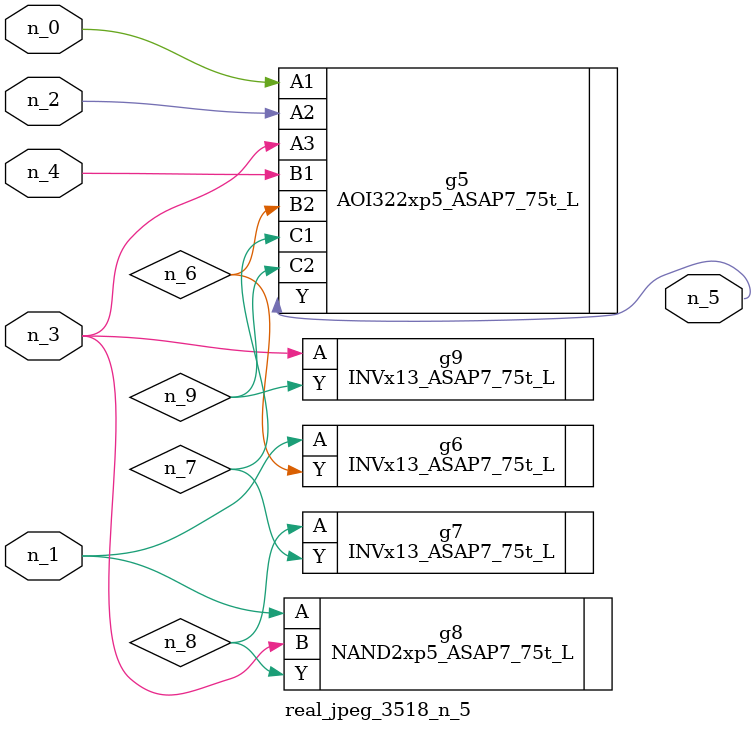
<source format=v>
module real_jpeg_3518_n_5 (n_4, n_0, n_1, n_2, n_3, n_5);

input n_4;
input n_0;
input n_1;
input n_2;
input n_3;

output n_5;

wire n_8;
wire n_6;
wire n_7;
wire n_9;

AOI322xp5_ASAP7_75t_L g5 ( 
.A1(n_0),
.A2(n_2),
.A3(n_3),
.B1(n_4),
.B2(n_6),
.C1(n_7),
.C2(n_9),
.Y(n_5)
);

INVx13_ASAP7_75t_L g6 ( 
.A(n_1),
.Y(n_6)
);

NAND2xp5_ASAP7_75t_L g8 ( 
.A(n_1),
.B(n_3),
.Y(n_8)
);

INVx13_ASAP7_75t_L g9 ( 
.A(n_3),
.Y(n_9)
);

INVx13_ASAP7_75t_L g7 ( 
.A(n_8),
.Y(n_7)
);


endmodule
</source>
